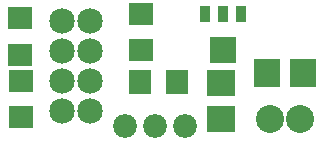
<source format=gbs>
G04 MADE WITH FRITZING*
G04 WWW.FRITZING.ORG*
G04 SINGLE SIDED*
G04 HOLES NOT PLATED*
G04 CONTOUR ON CENTER OF CONTOUR VECTOR*
%ASAXBY*%
%FSLAX23Y23*%
%MOIN*%
%OFA0B0*%
%SFA1.0B1.0*%
%ADD10C,0.079444*%
%ADD11C,0.085000*%
%ADD12C,0.093307*%
%ADD13R,0.032835X0.057244*%
%ADD14R,0.088740X0.088740*%
%ADD15R,0.084803X0.072992*%
%ADD16R,0.096615X0.088740*%
%ADD17R,0.088740X0.096615*%
%ADD18R,0.072992X0.084803*%
%LNMASK0*%
G90*
G70*
G54D10*
X513Y159D03*
X613Y159D03*
X713Y159D03*
X513Y159D03*
X613Y159D03*
X713Y159D03*
G54D11*
X398Y508D03*
X302Y508D03*
X398Y408D03*
X302Y408D03*
X398Y308D03*
X302Y308D03*
X398Y208D03*
X302Y208D03*
G54D12*
X1096Y182D03*
X1096Y182D03*
X996Y182D03*
X1096Y182D03*
X1096Y182D03*
X996Y182D03*
G54D13*
X781Y532D03*
X840Y532D03*
X899Y532D03*
G54D14*
X840Y410D03*
G54D15*
X165Y396D03*
X165Y519D03*
X166Y309D03*
X166Y187D03*
X568Y532D03*
X568Y410D03*
G54D16*
X832Y300D03*
X832Y182D03*
G54D17*
X1106Y334D03*
X988Y334D03*
G54D18*
X565Y304D03*
X687Y304D03*
G04 End of Mask0*
M02*
</source>
